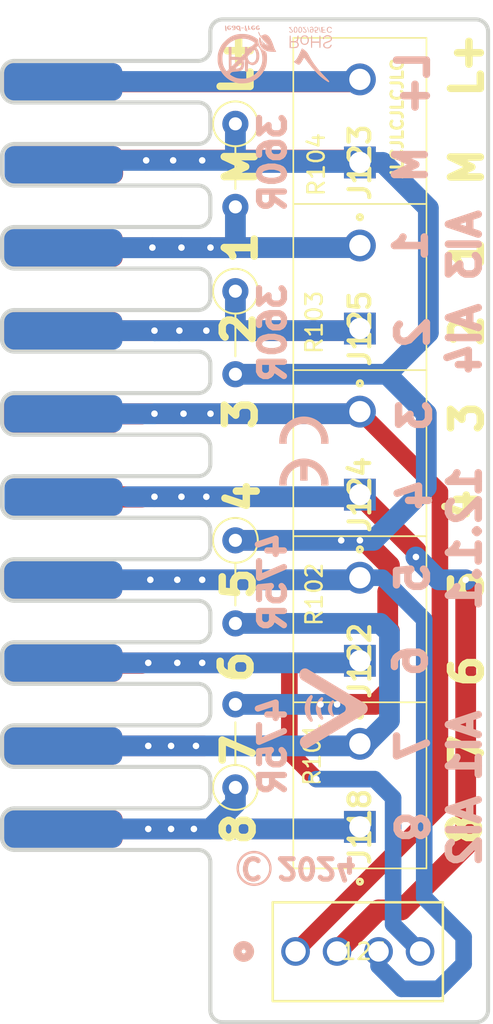
<source format=kicad_pcb>
(kicad_pcb (version 20221018) (generator pcbnew)
  (layers (0 "F.Cu" signal) (31 "B.Cu" signal) (34 "B.Paste" user) (35 "F.Paste" user) (36 "B.SilkS" user "B.Silkscreen") (37 "F.SilkS" user "F.Silkscreen") (38 "B.Mask" user) (39 "F.Mask" user) (44 "Edge.Cuts" user))
  (net 0 "")
  (net 1 "Net-(J102-Pin_1)")
  (net 2 "Net-(J103-Pin_1)")
  (net 3 "Net-(J104-Pin_1)")
  (net 4 "Net-(J105-Pin_1)")
  (net 5 "Net-(J106-Pin_1)")
  (net 6 "Net-(J107-Pin_1)")
  (net 7 "Net-(J108-Pin_1)")
  (net 8 "Net-(J109-Pin_1)")
  (net 9 "Net-(J119-Pin_1)")
  (net 10 "M")
  (footprint "PCB_FOOTPRINT_Library:Conn_pin_PLC" (layer "F.Cu") (at 133.843095 113.372303)
    (fp_text reference "J104" hide)
    (fp_text value "Conn_01x01_PAD" hide)
  )
  (footprint "PCB_FOOTPRINT_Library:Conn_pin_PLC" (layer "F.Cu") (at 133.827476 93.050761)
    (fp_text reference "J108" hide)
    (fp_text value "Conn_01x01_PAD" hide)
  )
  (footprint "PCB_FOOTPRINT_Library:1729128" (layer "F.Cu") (at 153.289 107.823 90)
    (fp_text reference "J124")
    (fp_text value "DB128L-5.08-2P-BK-S" hide)
  )
  (footprint "PCB_FOOTPRINT_Library:Conn_pin_PLC" (layer "F.Cu") (at 133.855227 103.212303)
    (fp_text reference "J106" hide)
    (fp_text value "Conn_01x01_PAD" hide)
  )
  (footprint "PCB_FOOTPRINT_Library:Conn_pin_PLC" (layer "F.Cu") (at 133.835869 113.364473)
    (fp_text reference "J112" hide)
    (fp_text value "Conn_01x01_PAD" hide)
  )
  (footprint "PCB_FOOTPRINT_Library:Conn_pin_PLC" (layer "F.Cu") (at 133.827476 108.286084)
    (fp_text reference "J105" hide)
    (fp_text value "Conn_01x01_PAD" hide)
  )
  (footprint "PCB_FOOTPRINT_Library:Conn_pin_PLC" (layer "F.Cu") (at 133.827476 123.521415)
    (fp_text reference "J102" hide)
    (fp_text value "Conn_01x01_PAD" hide)
  )
  (footprint "PCB_FOOTPRINT_Library:Conn_pin_PLC" (layer "F.Cu") (at 133.848847 82.892303)
    (fp_text reference "J101" hide)
    (fp_text value "Conn_01x01_PAD" hide)
  )
  (footprint "PCB_FOOTPRINT_Library:Conn_pin_PLC" (layer "F.Cu") (at 133.827476 87.97232)
    (fp_text reference "J109" hide)
    (fp_text value "Conn_01x01_PAD" hide)
  )
  (footprint "Resistor_THT:R_Axial_DIN0207_L6.3mm_D2.5mm_P5.08mm_Vertical" (layer "F.Cu") (at 145.669 85.14 -90)
    (fp_text reference "R104")
    (fp_text value "475R")
  )
  (footprint "PCB_FOOTPRINT_Library:1729128" (layer "F.Cu") (at 153.289 117.983 90)
    (fp_text reference "J122")
    (fp_text value "DB128L-5.08-2P-BK-S" hide)
  )
  (footprint "PCB_FOOTPRINT_Library:Conn_pin_PLC" (layer "F.Cu") (at 133.828433 93.039563)
    (fp_text reference "J116" hide)
    (fp_text value "Conn_01x01_PAD" hide)
  )
  (footprint "PCB_FOOTPRINT_Library:Conn_pin_PLC" (layer "F.Cu") (at 133.827476 118.442966)
    (fp_text reference "J103" hide)
    (fp_text value "Conn_01x01_PAD" hide)
  )
  (footprint "PCB_FOOTPRINT_Library:Conn_pin_PLC" (layer "F.Cu") (at 133.814529 98.135324)
    (fp_text reference "J115" hide)
    (fp_text value "Conn_01x01_PAD" hide)
  )
  (footprint "Resistor_THT:R_Axial_DIN0207_L6.3mm_D2.5mm_P5.08mm_Vertical" (layer "F.Cu") (at 145.669 125.73 90)
    (fp_text reference "R101")
    (fp_text value "360R")
  )
  (footprint "PCB_FOOTPRINT_Library:CONN_22-29-2041_MOL" (layer "F.Cu") (at 149.352 135.763)
    (fp_text reference "J126")
    (fp_text value "22292041")
  )
  (footprint "Resistor_THT:R_Axial_DIN0207_L6.3mm_D2.5mm_P5.08mm_Vertical" (layer "F.Cu") (at 145.669 110.617 -90)
    (fp_text reference "R102")
    (fp_text value "360R")
  )
  (footprint "Resistor_THT:R_Axial_DIN0207_L6.3mm_D2.5mm_P5.08mm_Vertical" (layer "F.Cu") (at 145.669 95.377 -90)
    (fp_text reference "R103")
    (fp_text value "475R")
  )
  (footprint "PCB_FOOTPRINT_Library:Conn_pin_PLC" (layer "F.Cu") (at 133.829272 118.443869)
    (fp_text reference "J111" hide)
    (fp_text value "Conn_01x01_PAD" hide)
  )
  (footprint "PCB_FOOTPRINT_Library:Conn_pin_PLC" (layer "F.Cu") (at 133.846116 123.516547)
    (fp_text reference "J110" hide)
    (fp_text value "Conn_01x01_PAD" hide)
  )
  (footprint "PCB_FOOTPRINT_Library:1729128" (layer "F.Cu") (at 153.289 97.663 90)
    (fp_text reference "J125")
    (fp_text value "DB128L-5.08-2P-BK-S" hide)
  )
  (footprint "PCB_FOOTPRINT_Library:Conn_pin_PLC" (layer "F.Cu") (at 133.869293 82.892303)
    (fp_text reference "J120" hide)
    (fp_text value "Conn_01x01_PAD" hide)
  )
  (footprint "PCB_FOOTPRINT_Library:1729128" (layer "F.Cu") (at 153.289 87.503 90)
    (fp_text reference "J123")
    (fp_text value "DB128L-5.08-2P-BK-S" hide)
  )
  (footprint "PCB_FOOTPRINT_Library:Conn_pin_PLC" (layer "F.Cu") (at 133.82816 98.121694)
    (fp_text reference "J107" hide)
    (fp_text value "Conn_01x01_PAD" hide)
  )
  (footprint "PCB_FOOTPRINT_Library:1729128" (layer "F.Cu") (at 153.289 128.143 90)
    (fp_text reference "J118")
    (fp_text value "DB128L-5.08-2P-BK-S" hide)
  )
  (footprint "PCB_FOOTPRINT_Library:Conn_pin_PLC" (layer "F.Cu") (at 133.84614 103.212303)
    (fp_text reference "J114" hide)
    (fp_text value "Conn_01x01_PAD" hide)
  )
  (footprint "PCB_FOOTPRINT_Library:Conn_pin_PLC" (layer "F.Cu") (at 133.824486 77.815977)
    (fp_text reference "J121" hide)
    (fp_text value "Conn_01x01_PAD" hide)
  )
  (footprint "PCB_FOOTPRINT_Library:Conn_pin_PLC" (layer "F.Cu") (at 133.846429 87.986803)
    (fp_text reference "J117" hide)
    (fp_text value "Conn_01x01_PAD" hide)
  )
  (footprint "PCB_FOOTPRINT_Library:Conn_pin_PLC" (layer "F.Cu") (at 133.826025 108.293173)
    (fp_text reference "J113" hide)
    (fp_text value "Conn_01x01_PAD" hide)
  )
  (footprint "LOGO" (layer "B.Cu") (at 150.006856 105.482877 -90)
    (fp_text reference "G***" hide)
    (fp_text value "LOGO" hide)
  )
  (footprint "LOGO" (layer "B.Cu") (at 148.082 80.899)
    (fp_text reference "G***" hide)
    (fp_text value "LOGO" hide)
  )
  (footprint "PCB_FOOTPRINT_Library:Conn_pin_PLC" (layer "B.Cu") (at 136.440986 77.815977 180)
    (fp_text reference "J119" hide)
    (fp_text value "Conn_01x01_PAD" hide)
  )
  (gr_poly (pts (xy 150.595501 120.854032) (xy 150.599232 120.806451) (xy 150.605519 120.759353) (xy 150.614316 120.712831) (xy 150.625581 120.666981) (xy 150.63927 120.621897) (xy 150.655341 120.577674) (xy 150.67375 120.534406) (xy 150.694453 120.492188) (xy 150.717408 120.451115) (xy 150.742571 120.411281) (xy 150.769899 120.37278) (xy 150.799348 120.335707) (xy 150.830876 120.300157) (xy 150.864438 120.266225) (xy 150.899993 120.234005) (xy 150.906014 120.229062) (xy 150.912147 120.224083) (xy 150.918355 120.219103) (xy 150.924599 120.214161) (xy 150.924716 120.214047) (xy 150.924836 120.213936) (xy 150.924959 120.213829) (xy 150.925085 120.213725) (xy 150.925213 120.213625) (xy 150.925345 120.213529) (xy 150.925478 120.213436) (xy 150.925614 120.213346) (xy 150.925753 120.213261) (xy 150.925893 120.213179) (xy 150.926036 120.213101) (xy 150.926181 120.213028) (xy 150.926329 120.212958) (xy 150.926478 120.212892) (xy 150.926629 120.21283) (xy 150.926782 120.212772) (xy 150.928716 120.211781) (xy 150.930673 120.210845) (xy 150.932653 120.209964) (xy 150.934654 120.209138) (xy 150.936676 120.208368) (xy 150.938717 120.207653) (xy 150.940776 120.206994) (xy 150.942852 120.206392) (xy 150.944943 120.205847) (xy 150.947049 120.205358) (xy 150.949168 120.204927) (xy 150.951299 120.204554) (xy 150.953441 120.204238) (xy 150.955593 120.203981) (xy 150.957753 120.203783) (xy 150.959921 120.203643) (xy 150.964016 120.203983) (xy 150.968057 120.204504) (xy 150.97204 120.205203) (xy 150.97596 120.206075) (xy 150.979814 120.207116) (xy 150.983598 120.208322) (xy 150.987306 120.209689) (xy 150.990936 120.211214) (xy 150.994482 120.212891) (xy 150.997941 120.214717) (xy 151.001309 120.216689) (xy 151.00458 120.218801) (xy 151.007752 120.22105) (xy 151.01082 120.223432) (xy 151.013779 120.225943) (xy 151.016626 120.228578) (xy 151.019356 120.231334) (xy 151.021965 120.234207) (xy 151.02445 120.237192) (xy 151.026805 120.240286) (xy 151.029026 120.243485) (xy 151.031111 120.246784) (xy 151.033053 120.250179) (xy 151.034849 120.253667) (xy 151.036495 120.257242) (xy 151.037987 120.260903) (xy 151.039321 120.264643) (xy 151.040491 120.26846) (xy 151.041495 120.272349) (xy 151.042328 120.276306) (xy 151.042986 120.280327) (xy 151.043464 120.284407) (xy 151.043919 120.286712) (xy 151.044308 120.289027) (xy 151.044631 120.291351) (xy 151.044888 120.293683) (xy 151.045078 120.296022) (xy 151.045202 120.298365) (xy 151.045259 120.300712) (xy 151.045249 120.303061) (xy 151.045249 120.305839) (xy 151.045238 120.307637) (xy 151.045179 120.309434) (xy 151.045075 120.311228) (xy 151.044924 120.313018) (xy 151.044727 120.314804) (xy 151.044484 120.316585) (xy 151.044195 120.318359) (xy 151.04386 120.320126) (xy 151.043501 120.321526) (xy 151.043158 120.322931) (xy 151.042834 120.324339) (xy 151.042527 120.325752) (xy 151.042238 120.327168) (xy 151.041967 120.328588) (xy 151.041714 120.330011) (xy 151.041479 120.331438) (xy 151.041459 120.331989) (xy 151.0414 120.332528) (xy 151.041308 120.333056) (xy 151.041185 120.333574) (xy 151.041035 120.334084) (xy 151.040862 120.334587) (xy 151.04067 120.335085) (xy 151.040462 120.33558) (xy 151.040016 120.336563) (xy 151.039554 120.337549) (xy 151.039105 120.338548) (xy 151.038896 120.339057) (xy 151.038701 120.339573) (xy 151.038411 120.340558) (xy 151.03809 120.341532) (xy 151.037738 120.342495) (xy 151.037356 120.343446) (xy 151.036943 120.344384) (xy 151.0365 120.345308) (xy 151.036028 120.346219) (xy 151.035526 120.347114) (xy 151.034353 120.349116) (xy 151.033213 120.351108) (xy 151.0321 120.3531) (xy 151.031011 120.355101) (xy 151.029941 120.357121) (xy 151.028884 120.359169) (xy 151.027837 120.361255) (xy 151.026795 120.363386) (xy 151.026368 120.36411) (xy 151.025929 120.364826) (xy 151.025477 120.365534) (xy 151.025011 120.366233) (xy 151.024533 120.366924) (xy 151.024043 120.367606) (xy 151.02354 120.368279) (xy 151.023024 120.368942) (xy 151.021791 120.370593) (xy 151.020526 120.37222) (xy 151.019231 120.373822) (xy 151.017906 120.375398) (xy 151.01655 120.376949) (xy 151.015165 120.378474) (xy 151.013751 120.379972) (xy 151.012309 120.381444) (xy 151.013846 120.380101) (xy 151.015343 120.378714) (xy 151.016799 120.377285) (xy 151.018212 120.375815) (xy 151.019582 120.374304) (xy 151.020907 120.372754) (xy 151.022187 120.371165) (xy 151.023421 120.369538) (xy 151.008511 120.400501) (xy 150.994554 120.431846) (xy 150.981553 120.463551) (xy 150.969515 120.495594) (xy 150.958445 120.527952) (xy 150.948347 120.560603) (xy 150.939227 120.593525) (xy 150.931089 120.626697) (xy 150.923939 120.660095) (xy 150.917783 120.693697) (xy 150.912624 120.727483) (xy 150.908468 120.761429) (xy 150.90532 120.795513) (xy 150.903186 120.829713) (xy 150.90207 120.864007) (xy 150.901977 120.898373) (xy 150.902088 120.933477) (xy 150.903269 120.968504) (xy 150.905513 121.00343) (xy 150.908816 121.038232) (xy 150.913172 121.072885) (xy 150.918575 121.107366) (xy 150.925019 121.141652) (xy 150.9325 121.175719) (xy 150.941011 121.209543) (xy 150.950548 121.2431) (xy 150.961103 121.276368) (xy 150.972673 121.309322) (xy 150.98525 121.341938) (xy 150.998831 121.374194) (xy 151.013408 121.406065) (xy 151.028977 121.437528) (xy 151.029355 121.438013) (xy 151.029722 121.438505) (xy 151.030079 121.439004) (xy 151.030426 121.439511) (xy 151.030762 121.440023) (xy 151.031088 121.440543) (xy 151.031402 121.441069) (xy 151.031706 121.441601) (xy 151.032 121.442139) (xy 151.032282 121.442683) (xy 151.032553 121.443232) (xy 151.032813 121.443788) (xy 151.033062 121.444348) (xy 151.033299 121.444914) (xy 151.033525 121.445485) (xy 151.03374 121.446061) (xy 151.035136 121.448928) (xy 151.036445 121.45183) (xy 151.037665 121.454766) (xy 151.038796 121.457734) (xy 151.039837 121.460732) (xy 151.040788 121.463757) (xy 151.041649 121.466807) (xy 151.04242 121.469881) (xy 151.043098 121.472977) (xy 151.043685 121.476092) (xy 151.044179 121.479224) (xy 151.044581 121.482372) (xy 151.044889 121.485533) (xy 151.045104 121.488705) (xy 151.045224 121.491887) (xy 151.045249 121.495075) (xy 151.04514 121.500122) (xy 151.044817 121.505101) (xy 151.044284 121.510007) (xy 151.043547 121.514832) (xy 151.042611 121.519572) (xy 151.041482 121.52422) (xy 151.040164 121.52877) (xy 151.038664 121.533215) (xy 151.036985 121.537551) (xy 151.035134 121.54177) (xy 151.033115 121.545867) (xy 151.030934 121.549836) (xy 151.028596 121.55367) (xy 151.026106 121.557364) (xy 151.02347 121.560911) (xy 151.020693 121.564305) (xy 151.017779 121.567541) (xy 151.014735 121.570612) (xy 151.011565 121.573512) (xy 151.008275 121.576235) (xy 151.004869 121.578775) (xy 151.001354 121.581126) (xy 150.997734 121.583282) (xy 150.994015 121.585237) (xy 150.990202 121.586985) (xy 150.986299 121.588519) (xy 150.982313 121.589834) (xy 150.978249 121.590923) (xy 150.974111 121.591781) (xy 150.969905 121.592401) (xy 150.965636 121.592778) (xy 150.96131 121.592905) (xy 150.958681 121.592858) (xy 150.956061 121.592719) (xy 150.953451 121.592487) (xy 150.950856 121.592164) (xy 150.948276 121.59175) (xy 150.945715 121.591246) (xy 150.943175 121.590653) (xy 150.940657 121.589971) (xy 150.938165 121.589201) (xy 150.935701 121.588343) (xy 150.933267 121.587399) (xy 150.930865 121.586369) (xy 150.928499 121.585253) (xy 150.926169 121.584053) (xy 150.923879 121.582768) (xy 150.921631 121.581401) (xy 150.921623 121.581395) (xy 150.917455 121.578084) (xy 150.913288 121.574698) (xy 150.909121 121.571238) (xy 150.904954 121.567703) (xy 150.869161 121.535748) (xy 150.835347 121.502067) (xy 150.803556 121.466752) (xy 150.773831 121.4299) (xy 150.746218 121.391604) (xy 150.720759 121.351958) (xy 150.697499 121.311056) (xy 150.676483 121.268993) (xy 150.657752 121.225863) (xy 150.641353 121.181761) (xy 150.627328 121.13678) (xy 150.615723 121.091015) (xy 150.60658 121.044561) (xy 150.599943 120.99751) (xy 150.595857 120.949959) (xy 150.594366 120.902)) (fill solid) (layer "B.SilkS"))
  (gr_poly (pts (xy 149.91072 120.839342) (xy 149.915242 120.780547) (xy 149.922676 120.722863) (xy 149.932939 120.666372) (xy 149.945949 120.611153) (xy 149.961622 120.557289) (xy 149.979875 120.50486) (xy 150.000625 120.453947) (xy 150.023789 120.404632) (xy 150.049283 120.356996) (xy 150.077025 120.31112) (xy 150.106932 120.267084) (xy 150.138919 120.224971) (xy 150.172905 120.18486) (xy 150.208806 120.146834) (xy 150.246539 120.110973) (xy 150.246539 120.109782) (xy 150.253072 120.103944) (xy 150.259809 120.09805) (xy 150.273526 120.086168) (xy 150.27383 120.085941) (xy 150.27414 120.085721) (xy 150.274455 120.08551) (xy 150.274775 120.085307) (xy 150.2751 120.085113) (xy 150.275431 120.084927) (xy 150.275766 120.084749) (xy 150.276106 120.08458) (xy 150.278152 120.083482) (xy 150.280227 120.082446) (xy 150.282328 120.081472) (xy 150.284455 120.080561) (xy 150.286606 120.079713) (xy 150.288778 120.078928) (xy 150.290972 120.078207) (xy 150.293186 120.077551) (xy 150.295417 120.076959) (xy 150.297666 120.076432) (xy 150.299929 120.075971) (xy 150.302207 120.075575) (xy 150.304497 120.075246) (xy 150.306798 120.074983) (xy 150.309109 120.074787) (xy 150.311428 120.074659) (xy 150.31572 120.074779) (xy 150.319963 120.075136) (xy 150.324153 120.075724) (xy 150.328284 120.076539) (xy 150.332353 120.077575) (xy 150.336356 120.078828) (xy 150.340288 120.080291) (xy 150.344145 120.081961) (xy 150.347923 120.083831) (xy 150.351618 120.085897) (xy 150.355225 120.088154) (xy 150.358741 120.090596) (xy 150.362161 120.093219) (xy 150.36548 120.096017) (xy 150.368696 120.098985) (xy 150.371802 120.102118) (xy 150.374796 120.105411) (xy 150.377673 120.108858) (xy 150.380429 120.112456) (xy 150.383059 120.116197) (xy 150.38556 120.120078) (xy 150.387926 120.124094) (xy 150.390155 120.128238) (xy 150.392241 120.132507) (xy 150.394181 120.136894) (xy 150.39597 120.141395) (xy 150.397605 120.146005) (xy 150.39908 120.150718) (xy 150.400391 120.15553) (xy 150.401536 120.160435) (xy 150.402508 120.165428) (xy 150.403304 120.170504) (xy 150.403846 120.173225) (xy 150.404311 120.175959) (xy 150.4047 120.178703) (xy 150.405012 120.181457) (xy 150.405247 120.184218) (xy 150.405404 120.186985) (xy 150.405484 120.189757) (xy 150.405487 120.192531) (xy 150.405487 120.195904) (xy 150.405447 120.198025) (xy 150.405361 120.200144) (xy 150.40523 120.20226) (xy 150.405054 120.204372) (xy 150.404833 120.20648) (xy 150.404567 120.208583) (xy 150.404256 120.21068) (xy 150.4039 120.212771) (xy 150.403877 120.213625) (xy 150.403813 120.214475) (xy 150.403713 120.21532) (xy 150.40358 120.216164) (xy 150.403421 120.217004) (xy 150.40324 120.217843) (xy 150.402833 120.219518) (xy 150.401974 120.222873) (xy 150.401779 120.223716) (xy 150.401602 120.224562) (xy 150.401447 120.225412) (xy 150.40132 120.226265) (xy 150.398343 120.23579) (xy 150.397976 120.236961) (xy 150.397586 120.238124) (xy 150.397173 120.239278) (xy 150.396737 120.240425) (xy 150.396279 120.241562) (xy 150.395799 120.24269) (xy 150.395296 120.243809) (xy 150.394771 120.244918) (xy 150.393431 120.247336) (xy 150.392125 120.249772) (xy 150.390856 120.252227) (xy 150.389622 120.254699) (xy 150.388424 120.257189) (xy 150.387262 120.259697) (xy 150.386137 120.262221) (xy 150.385048 120.264762) (xy 150.384598 120.265648) (xy 150.384128 120.266522) (xy 150.383637 120.267385) (xy 150.383126 120.268235) (xy 150.382594 120.269073) (xy 150.382043 120.269898) (xy 150.381472 120.27071) (xy 150.380881 120.271509) (xy 150.379526 120.273429) (xy 150.378139 120.275325) (xy 150.376721 120.277198) (xy 150.375272 120.279047) (xy 150.373793 120.280871) (xy 150.372283 120.282671) (xy 150.370743 120.284445) (xy 150.369173 120.286194) (xy 150.370041 120.285404) (xy 150.370896 120.284602) (xy 150.371739 120.283787) (xy 150.372569 120.282959) (xy 150.373386 120.282119) (xy 150.37419 120.281267) (xy 150.37498 120.280403) (xy 150.375757 120.279526) (xy 150.376521 120.278638) (xy 150.377271 120.277739) (xy 150.378007 120.276827) (xy 150.378729 120.275905) (xy 150.379437 120.274971) (xy 150.380131 120.274026) (xy 150.380811 120.27307) (xy 150.381476 120.272104) (xy 150.366139 120.304956) (xy 150.351621 120.338824) (xy 150.337945 120.373669) (xy 150.325135 120.409457) (xy 150.313215 120.44615) (xy 150.302208 120.483713) (xy 150.292137 120.522109) (xy 150.283026 120.561302) (xy 150.274899 120.601255) (xy 150.26778 120.641932) (xy 150.261691 120.683297) (xy 150.256656 120.725314) (xy 150.252699 120.767945) (xy 150.249843 120.811155) (xy 150.248113 120.854908) (xy 150.247531 120.899167) (xy 150.248143 120.944324) (xy 150.249961 120.988984) (xy 150.252961 121.033105) (xy 150.257115 121.076644) (xy 150.262398 121.11956) (xy 150.268784 121.161811) (xy 150.276248 121.203355) (xy 150.284763 121.24415) (xy 150.294303 121.284155) (xy 150.304843 121.323327) (xy 150.316357 121.361624) (xy 150.328819 121.399006) (xy 150.342203 121.435429) (xy 150.356483 121.470853) (xy 150.371633 121.505234) (xy 150.387628 121.538532) (xy 150.388027 121.539117) (xy 150.388415 121.539709) (xy 150.388792 121.540308) (xy 150.389157 121.540914) (xy 150.389509 121.541526) (xy 150.389851 121.542145) (xy 150.39018 121.54277) (xy 150.390497 121.543402) (xy 150.390802 121.544039) (xy 150.391094 121.544682) (xy 150.391375 121.545331) (xy 150.391643 121.545985) (xy 150.391898 121.546645) (xy 150.392141 121.547309) (xy 150.392371 121.547978) (xy 150.392589 121.548652) (xy 150.39417 121.55206) (xy 150.395651 121.555506) (xy 150.39703 121.558989) (xy 150.398307 121.562507) (xy 150.399482 121.566057) (xy 150.400553 121.569638) (xy 150.401521 121.573246) (xy 150.402385 121.576879) (xy 150.403144 121.580536) (xy 150.403798 121.584214) (xy 150.404346 121.587911) (xy 150.404789 121.591624) (xy 150.405125 121.595351) (xy 150.405353 121.599091) (xy 150.405474 121.60284) (xy 150.405487 121.606596) (xy 150.405367 121.612586) (xy 150.405009 121.618495) (xy 150.40442 121.624317) (xy 150.403605 121.630044) (xy 150.401323 121.641184) (xy 150.39821 121.651859) (xy 150.394312 121.66201) (xy 150.389675 121.671581) (xy 150.384348 121.680513) (xy 150.378376 121.688749) (xy 150.375162 121.692589) (xy 150.371806 121.696232) (xy 150.368311 121.699673) (xy 150.364685 121.702904) (xy 150.360933 121.705918) (xy 150.357061 121.708708) (xy 150.353074 121.711266) (xy 150.348979 121.713585) (xy 150.344781 121.715658) (xy 150.340487 121.717479) (xy 150.336101 121.719039) (xy 150.331631 121.720331) (xy 150.327081 121.721349) (xy 150.322458 121.722085) (xy 150.317767 121.722532) (xy 150.313015 121.722682) (xy 150.310141 121.722586) (xy 150.307279 121.722386) (xy 150.304431 121.722083) (xy 150.301601 121.721679) (xy 150.29879 121.721173) (xy 150.296003 121.720568) (xy 150.29324 121.719863) (xy 150.290506 121.71906) (xy 150.287802 121.718159) (xy 150.285131 121.717161) (xy 150.282496 121.716068) (xy 150.2799 121.714879) (xy 150.277345 121.713596) (xy 150.274834 121.712219) (xy 150.27237 121.71075) (xy 150.269954 121.709188) (xy 150.267647 121.707236) (xy 150.265341 121.705251) (xy 150.260727 121.701201) (xy 150.256113 121.697078) (xy 150.2515 121.692917) (xy 150.213319 121.656993) (xy 150.176969 121.61879) (xy 150.142538 121.578406) (xy 150.110113 121.535937) (xy 150.07978 121.491481) (xy 150.051628 121.445135) (xy 150.025743 121.396997) (xy 150.002212 121.347164) (xy 149.981124 121.295733) (xy 149.962564 121.242803) (xy 149.94662 121.188469) (xy 149.933379 121.13283) (xy 149.922929 121.075983) (xy 149.915357 121.018025) (xy 149.91075 120.959054) (xy 149.909195 120.899167)) (fill solid) (layer "B.SilkS"))
  (gr_poly (pts (xy 151.334136 120.861541) (xy 151.337548 120.825715) (xy 151.343154 120.790551) (xy 151.35089 120.7561) (xy 151.360689 120.722414) (xy 151.372487 120.689545) (xy 151.386218 120.657545) (xy 151.401817 120.626464) (xy 151.419218 120.596356) (xy 151.438355 120.567272) (xy 151.459164 120.539263) (xy 151.481579 120.512381) (xy 151.505535 120.486679) (xy 151.530966 120.462207) (xy 151.557807 120.439018) (xy 151.585992 120.417163) (xy 151.605835 120.402677) (xy 151.60782 120.402677) (xy 151.609419 120.401958) (xy 151.611033 120.401277) (xy 151.612661 120.400636) (xy 151.614303 120.400034) (xy 151.615958 120.399471) (xy 151.617625 120.398947) (xy 151.619303 120.398464) (xy 151.620993 120.39802) (xy 151.622692 120.397617) (xy 151.6244 120.397253) (xy 151.626118 120.396931) (xy 151.627843 120.396648) (xy 151.629575 120.396407) (xy 151.631313 120.396206) (xy 151.633058 120.396047) (xy 151.634807 120.395929) (xy 151.638 120.396) (xy 151.641159 120.396212) (xy 151.644283 120.396563) (xy 151.647368 120.39705) (xy 151.65041 120.39767) (xy 151.653406 120.39842) (xy 151.656352 120.399297) (xy 151.659246 120.400299) (xy 151.662084 120.401422) (xy 151.664862 120.402664) (xy 151.667577 120.404022) (xy 151.670225 120.405493) (xy 151.672804 120.407075) (xy 151.67531 120.408763) (xy 151.67774 120.410557) (xy 151.68009 120.412451) (xy 151.682356 120.414445) (xy 151.684536 120.416535) (xy 151.686625 120.418717) (xy 151.688622 120.420991) (xy 151.690521 120.423351) (xy 151.692321 120.425796) (xy 151.694017 120.428323) (xy 151.695606 120.430928) (xy 151.697084 120.43361) (xy 151.698449 120.436364) (xy 151.699697 120.43919) (xy 151.700825 120.442082) (xy 151.701828 120.445039) (xy 151.702704 120.448058) (xy 151.70345 120.451136) (xy 151.704062 120.45427) (xy 151.704404 120.455935) (xy 151.704698 120.457609) (xy 151.704944 120.45929) (xy 151.705142 120.460977) (xy 151.705292 120.462669) (xy 151.705393 120.464364) (xy 151.705447 120.466063) (xy 151.705451 120.467764) (xy 151.705451 120.468954) (xy 151.705547 120.470242) (xy 151.705616 120.471532) (xy 151.705658 120.472823) (xy 151.705671 120.474114) (xy 151.705658 120.475405) (xy 151.705616 120.476695) (xy 151.705547 120.477985) (xy 151.705451 120.479273) (xy 151.705149 120.480276) (xy 151.704863 120.481284) (xy 151.704591 120.482295) (xy 151.704335 120.483311) (xy 151.704095 120.48433) (xy 151.70387 120.485353) (xy 151.703661 120.486379) (xy 151.703467 120.487409) (xy 151.701085 120.493362) (xy 151.700829 120.494086) (xy 151.700554 120.494802) (xy 151.700259 120.49551) (xy 151.699946 120.49621) (xy 151.699614 120.496901) (xy 151.699263 120.497583) (xy 151.698893 120.498256) (xy 151.698506 120.498918) (xy 151.69749 120.500333) (xy 151.696521 120.501749) (xy 151.69559 120.50317) (xy 151.694686 120.504599) (xy 151.692925 120.507485) (xy 151.691164 120.510428) (xy 151.690809 120.510979) (xy 151.690441 120.511523) (xy 151.690062 120.512057) (xy 151.68967 120.512583) (xy 151.689267 120.5131) (xy 151.688852 120.513608) (xy 151.688426 120.514106) (xy 151.687988 120.514595) (xy 151.686964 120.515775) (xy 151.68592 120.516937) (xy 151.684856 120.518081) (xy 151.683773 120.519208) (xy 151.682672 120.520315) (xy 151.681552 120.521404) (xy 151.680414 120.522474) (xy 151.679257 120.523525) (xy 151.679893 120.523066) (xy 151.68052 120.522596) (xy 151.68114 120.522116) (xy 151.681751 120.521626) (xy 151.682353 120.521126) (xy 151.682947 120.520615) (xy 151.683532 120.520095) (xy 151.684108 120.519566) (xy 151.684676 120.519026) (xy 151.685234 120.518478) (xy 151.685783 120.517919) (xy 151.686322 120.517352) (xy 151.686853 120.516775) (xy 151.687373 120.51619) (xy 151.687884 120.515595) (xy 151.688385 120.514992) (xy 151.664579 120.560619) (xy 151.643992 120.607348) (xy 151.626621 120.655018) (xy 151.612468 120.70347) (xy 151.601529 120.752542) (xy 151.593806 120.802076) (xy 151.589296 120.85191) (xy 151.587998 120.901884) (xy 151.589912 120.951839) (xy 151.595036 121.001613) (xy 151.60337 121.051048) (xy 151.614912 121.099982) (xy 151.629662 121.148255) (xy 151.647619 121.195708) (xy 151.668781 121.242179) (xy 151.693148 121.287509) (xy 151.693703 121.288224) (xy 151.694235 121.288955) (xy 151.694744 121.289703) (xy 151.695228 121.290466) (xy 151.695688 121.291243) (xy 151.696123 121.292036) (xy 151.696533 121.292842) (xy 151.696918 121.293661) (xy 151.69807 121.295695) (xy 151.699151 121.297764) (xy 151.700159 121.299864) (xy 151.701094 121.301994) (xy 151.701956 121.304151) (xy 151.702744 121.306335) (xy 151.703457 121.308543) (xy 151.704096 121.310773) (xy 151.704659 121.313024) (xy 151.705146 121.315292) (xy 151.705556 121.317577) (xy 151.70589 121.319877) (xy 151.706146 121.322189) (xy 151.706324 121.324512) (xy 151.706423 121.326843) (xy 151.706443 121.329181) (xy 151.706396 121.332662) (xy 151.706178 121.336121) (xy 151.705791 121.339553) (xy 151.705236 121.342951) (xy 151.704517 121.34631) (xy 151.703636 121.349624) (xy 151.702595 121.352887) (xy 151.701397 121.356094) (xy 151.700043 121.359239) (xy 151.698537 121.362315) (xy 151.69688 121.365317) (xy 151.695075 121.36824) (xy 151.693124 121.371077) (xy 151.691029 121.373822) (xy 151.688794 121.376471) (xy 151.686419 121.379016) (xy 151.683921 121.381441) (xy 151.681317 121.383729) (xy 151.678614 121.385877) (xy 151.675816 121.387884) (xy 151.672929 121.389747) (xy 151.669961 121.391463) (xy 151.666915 121.39303) (xy 151.663798 121.394445) (xy 151.660615 121.395707) (xy 151.657373 121.396812) (xy 151.654077 121.397759) (xy 151.650733 121.398544) (xy 151.647347 121.399165) (xy 151.643924 121.399621) (xy 151.640469 121.399908) (xy 151.63699 121.400023) (xy 151.634885 121.399977) (xy 151.632786 121.399866) (xy 151.630694 121.39969) (xy 151.628612 121.399449) (xy 151.626539 121.399145) (xy 151.624479 121.398777) (xy 151.622432 121.398347) (xy 151.620399 121.397853) (xy 151.618383 121.397297) (xy 151.616384 121.396679) (xy 151.614404 121.395999) (xy 151.612445 121.395258) (xy 151.610508 121.394456) (xy 151.608594 121.393594) (xy 151.606706 121.392671) (xy 151.604843 121.391689) (xy 151.603123 121.390546) (xy 151.601389 121.389357) (xy 151.599646 121.388131) (xy 151.597898 121.386877) (xy 151.594407 121.384322) (xy 151.590953 121.381767) (xy 151.562254 121.359846) (xy 151.534916 121.336538) (xy 151.509007 121.311902) (xy 151.484593 121.285999) (xy 151.461744 121.258888) (xy 151.440526 121.230629) (xy 151.421007 121.20128) (xy 151.403256 121.170902) (xy 151.387339 121.139555) (xy 151.373324 121.107297) (xy 151.36128 121.074189) (xy 151.351274 121.04029) (xy 151.343374 121.00566) (xy 151.337647 120.970358) (xy 151.335619 120.952473) (xy 151.334161 120.934443) (xy 151.33328 120.916275) (xy 151.332984 120.897976)) (fill solid) (layer "B.SilkS"))
  (gr_poly (pts (xy 149.579392 118.833433) (xy 149.579853 118.813648) (xy 149.581222 118.794123) (xy 149.583476 118.774881) (xy 149.586591 118.755947) (xy 149.590547 118.737344) (xy 149.595319 118.719097) (xy 149.600885 118.70123) (xy 149.607223 118.683767) (xy 149.614309 118.666733) (xy 149.622122 118.650152) (xy 149.630638 118.634047) (xy 149.639835 118.618443) (xy 149.64969 118.603365) (xy 149.66018 118.588836) (xy 149.671283 118.574881) (xy 149.682976 118.561524) (xy 149.695237 118.548788) (xy 149.708042 118.536699) (xy 149.72137 118.525281) (xy 149.735196 118.514557) (xy 149.7495 118.504552) (xy 149.764257 118.49529) (xy 149.779446 118.486795) (xy 149.795044 118.479091) (xy 149.811027 118.472204) (xy 149.827374 118.466156) (xy 149.844062 118.460972) (xy 149.861068 118.456676) (xy 149.878369 118.453293) (xy 149.895942 118.450847) (xy 149.913766 118.449361) (xy 149.931817 118.448861) (xy 149.940552 118.448964) (xy 149.949269 118.449302) (xy 149.957965 118.449872) (xy 149.966635 118.450675) (xy 149.975274 118.451708) (xy 149.983877 118.452972) (xy 149.992441 118.454464) (xy 150.00096 118.456184) (xy 150.00943 118.458131) (xy 150.017846 118.460305) (xy 150.026204 118.462703) (xy 150.034499 118.465325) (xy 150.042727 118.46817) (xy 150.050883 118.471237) (xy 150.058962 118.474526) (xy 150.06696 118.478034) (xy 150.133032 118.517718) (xy 153.388995 120.471137) (xy 153.572351 120.581667) (xy 153.608268 120.603098) (xy 153.610848 120.604685) (xy 153.628794 120.618292) (xy 153.645778 120.63286) (xy 153.661772 120.648335) (xy 153.676751 120.664665) (xy 153.690686 120.681799) (xy 153.703552 120.699684) (xy 153.71532 120.718266) (xy 153.725964 120.737495) (xy 153.735458 120.757317) (xy 153.743772 120.777681) (xy 153.750882 120.798533) (xy 153.75676 120.819822) (xy 153.761379 120.841495) (xy 153.764711 120.8635) (xy 153.76673 120.885784) (xy 153.767409 120.908295) (xy 153.76673 120.930806) (xy 153.764711 120.95309) (xy 153.761379 120.975094) (xy 153.75676 120.996767) (xy 153.750882 121.018056) (xy 153.743772 121.038909) (xy 153.735458 121.059272) (xy 153.725964 121.079094) (xy 153.71532 121.098323) (xy 153.703552 121.116906) (xy 153.690686 121.13479) (xy 153.676751 121.151924) (xy 153.661772 121.168254) (xy 153.645778 121.18373) (xy 153.628794 121.198297) (xy 153.610848 121.211904) (xy 153.61051 121.212105) (xy 153.610177 121.212312) (xy 153.609848 121.212526) (xy 153.609523 121.212746) (xy 153.609202 121.212972) (xy 153.608886 121.213205) (xy 153.608575 121.213445) (xy 153.608268 121.21369) (xy 153.572351 121.235121) (xy 153.388598 121.345452) (xy 150.164584 123.28002) (xy 150.109617 123.313159) (xy 150.101271 123.317098) (xy 150.09283 123.320794) (xy 150.084297 123.324246) (xy 150.075679 123.327452) (xy 150.06698 123.330411) (xy 150.058207 123.333121) (xy 150.049364 123.335582) (xy 150.040457 123.337793) (xy 150.031491 123.339751) (xy 150.022472 123.341456) (xy 150.013405 123.342907) (xy 150.004295 123.344101) (xy 149.995148 123.345039) (xy 149.985968 123.345719) (xy 149.976763 123.346139) (xy 149.967536 123.346298) (xy 149.949379 123.345796) (xy 149.931463 123.344307) (xy 149.913807 123.341855) (xy 149.896436 123.338463) (xy 149.87937 123.334157) (xy 149.862633 123.328961) (xy 149.846245 123.322898) (xy 149.830229 123.315993) (xy 149.814608 123.30827) (xy 149.799402 123.299753) (xy 149.784636 123.290466) (xy 149.770329 123.280434) (xy 149.756505 123.269681) (xy 149.743186 123.258231) (xy 149.730393 123.246109) (xy 149.718149 123.233337) (xy 149.706476 123.219941) (xy 149.695396 123.205946) (xy 149.684932 123.191374) (xy 149.675104 123.17625) (xy 149.665935 123.160599) (xy 149.657448 123.144444) (xy 149.649665 123.12781) (xy 149.642607 123.110721) (xy 149.636296 123.093202) (xy 149.630755 123.075276) (xy 149.626006 123.056967) (xy 149.622071 123.0383) (xy 149.618972 123.0193) (xy 149.616731 122.999989) (xy 149.615371 122.980393) (xy 149.614912 122.960535) (xy 149.615283 122.938277) (xy 149.616883 122.916196) (xy 149.61969 122.894338) (xy 149.623684 122.872749) (xy 149.628843 122.851474) (xy 149.635148 122.830558) (xy 149.642577 122.810047) (xy 149.65111 122.789987) (xy 149.660725 122.770422) (xy 149.671402 122.751398) (xy 149.68312 122.732962) (xy 149.695858 122.715157) (xy 149.709596 122.698031) (xy 149.724312 122.681627) (xy 149.739986 122.665992) (xy 149.756596 122.651171) (xy 149.757589 122.651171) (xy 149.841726 122.599974) (xy 152.278936 121.13749) (xy 152.28534 121.134603) (xy 152.291639 121.131508) (xy 152.297829 121.128206) (xy 152.303904 121.124702) (xy 152.309859 121.120998) (xy 152.31569 121.117097) (xy 152.321391 121.113002) (xy 152.326957 121.108717) (xy 152.337702 121.099397) (xy 152.347871 121.089559) (xy 152.357449 121.07923) (xy 152.366424 121.068437) (xy 152.374782 121.057208) (xy 152.382509 121.045571) (xy 152.389592 121.033553) (xy 152.396019 121.021181) (xy 152.401774 121.008484) (xy 152.406846 120.995488) (xy 152.41122 120.982222) (xy 152.414884 120.968712) (xy 152.417824 120.954987) (xy 152.420026 120.941073) (xy 152.421477 120.926999) (xy 152.422164 120.912792) (xy 152.422076 120.898568) (xy 152.421218 120.884446) (xy 152.419604 120.870452) (xy 152.417245 120.856615) (xy 152.414153 120.842963) (xy 152.410342 120.829524) (xy 152.405822 120.816326) (xy 152.400606 120.803398) (xy 152.394706 120.790767) (xy 152.388135 120.778461) (xy 152.380905 120.766509) (xy 152.373028 120.754938) (xy 152.364515 120.743777) (xy 152.355381 120.733053) (xy 152.345635 120.722796) (xy 152.335292 120.713032) (xy 152.307312 120.694975) (xy 152.284095 120.679893) (xy 152.280191 120.67811) (xy 152.276232 120.676346) (xy 152.272235 120.674619) (xy 152.26822 120.672948) (xy 149.784576 119.182881) (xy 149.772666 119.176248) (xy 149.76105 119.169236) (xy 149.749736 119.161857) (xy 149.738729 119.15412) (xy 149.728034 119.146035) (xy 149.717659 119.137613) (xy 149.707608 119.128863) (xy 149.697889 119.119796) (xy 149.688506 119.110422) (xy 149.679466 119.100751) (xy 149.670775 119.090793) (xy 149.662439 119.080559) (xy 149.654463 119.070059) (xy 149.646854 119.059302) (xy 149.639618 119.048299) (xy 149.63276 119.03706) (xy 149.626287 119.025595) (xy 149.620204 119.013914) (xy 149.614518 119.002028) (xy 149.609234 118.989947) (xy 149.604359 118.977681) (xy 149.599898 118.965239) (xy 149.595858 118.952633) (xy 149.592243 118.939872) (xy 149.589061 118.926966) (xy 149.586318 118.913926) (xy 149.584018 118.900762) (xy 149.582169 118.887484) (xy 149.580775 118.874101) (xy 149.579844 118.860625) (xy 149.579381 118.847066)) (fill solid) (layer "B.SilkS"))
  (gr_line (start 152.466459 120.72216) (end 152.441853 120.705889) (stroke (width 0.00496)) (layer "B.SilkS"))
  (gr_circle (center 146.812 130.683) (end 146.812 129.683) (stroke (width 0.15)) (fill none) (layer "B.SilkS"))
  (gr_arc (start 143.386145 114.312166) (mid 143.916475 114.531836) (end 144.136145 115.062166) (stroke (width 0.25)) (layer "Edge.Cuts"))
  (gr_arc (start 131.386145 82.042166) (mid 131.605815 81.511836) (end 132.136145 81.292166) (stroke (width 0.25)) (layer "Edge.Cuts"))
  (gr_line (start 144.136145 126.262166) (end 144.136145 125.222166) (stroke (width 0.25)) (layer "Edge.Cuts"))
  (gr_line (start 144.136145 100.862166) (end 144.136145 99.822166) (stroke (width 0.25)) (layer "Edge.Cuts"))
  (gr_line (start 132.136145 86.372166) (end 143.386145 86.372166) (stroke (width 0.25)) (layer "Edge.Cuts"))
  (gr_arc (start 161.136145 139.342166) (mid 160.916475 139.872496) (end 160.386145 140.092166) (stroke (width 0.25)) (layer "Edge.Cuts"))
  (gr_line (start 144.136145 116.102166) (end 144.136145 115.062166) (stroke (width 0.25)) (layer "Edge.Cuts"))
  (gr_arc (start 132.136145 93.992166) (mid 131.605815 93.772496) (end 131.386145 93.242166) (stroke (width 0.25)) (layer "Edge.Cuts"))
  (gr_line (start 144.136145 139.342166) (end 144.136145 130.302166) (stroke (width 0.25)) (layer "Edge.Cuts"))
  (gr_arc (start 131.386145 97.282166) (mid 131.605815 96.751836) (end 132.136145 96.532166) (stroke (width 0.25)) (layer "Edge.Cuts"))
  (gr_arc (start 132.136145 109.232166) (mid 131.605815 109.012496) (end 131.386145 108.482166) (stroke (width 0.25)) (layer "Edge.Cuts"))
  (gr_line (start 131.386145 88.162166) (end 131.386145 87.122166) (stroke (width 0.25)) (layer "Edge.Cuts"))
  (gr_arc (start 143.386145 93.992166) (mid 143.916475 94.211836) (end 144.136145 94.742166) (stroke (width 0.25)) (layer "Edge.Cuts"))
  (gr_line (start 132.136145 111.772166) (end 143.386145 111.772166) (stroke (width 0.25)) (layer "Edge.Cuts"))
  (gr_line (start 131.386145 98.322166) (end 131.386145 97.282166) (stroke (width 0.25)) (layer "Edge.Cuts"))
  (gr_line (start 143.386145 88.912166) (end 132.136145 88.912166) (stroke (width 0.25)) (layer "Edge.Cuts"))
  (gr_arc (start 144.136145 121.182166) (mid 143.916475 121.712496) (end 143.386145 121.932166) (stroke (width 0.25)) (layer "Edge.Cuts"))
  (gr_line (start 132.136145 91.452166) (end 143.386145 91.452166) (stroke (width 0.25)) (layer "Edge.Cuts"))
  (gr_line (start 144.886145 78.752166) (end 160.386145 78.752166) (stroke (width 0.25)) (layer "Edge.Cuts"))
  (gr_arc (start 131.386145 107.442166) (mid 131.605815 106.911836) (end 132.136145 106.692166) (stroke (width 0.25)) (layer "Edge.Cuts"))
  (gr_line (start 144.136145 111.022166) (end 144.136145 109.982166) (stroke (width 0.25)) (layer "Edge.Cuts"))
  (gr_arc (start 144.886145 140.092166) (mid 144.355815 139.872496) (end 144.136145 139.342166) (stroke (width 0.25)) (layer "Edge.Cuts"))
  (gr_arc (start 132.136145 83.832166) (mid 131.605815 83.612496) (end 131.386145 83.082166) (stroke (width 0.25)) (layer "Edge.Cuts"))
  (gr_arc (start 144.136145 116.102166) (mid 143.916475 116.632496) (end 143.386145 116.852166) (stroke (width 0.25)) (layer "Edge.Cuts"))
  (gr_line (start 132.136145 121.932166) (end 143.386145 121.932166) (stroke (width 0.25)) (layer "Edge.Cuts"))
  (gr_line (start 160.386145 140.092166) (end 144.886145 140.092166) (stroke (width 0.25)) (layer "Edge.Cuts"))
  (gr_line (start 132.136145 106.692166) (end 143.386145 106.692166) (stroke (width 0.25)) (layer "Edge.Cuts"))
  (gr_arc (start 144.136145 100.862166) (mid 143.916475 101.392496) (end 143.386145 101.612166) (stroke (width 0.25)) (layer "Edge.Cuts"))
  (gr_arc (start 143.386145 88.912166) (mid 143.916475 89.131836) (end 144.136145 89.662166) (stroke (width 0.25)) (layer "Edge.Cuts"))
  (gr_line (start 143.386145 109.232166) (end 132.136145 109.232166) (stroke (width 0.25)) (layer "Edge.Cuts"))
  (gr_line (start 144.136145 85.622166) (end 144.136145 84.582166) (stroke (width 0.25)) (layer "Edge.Cuts"))
  (gr_arc (start 144.136145 105.942166) (mid 143.916475 106.472496) (end 143.386145 106.692166) (stroke (width 0.25)) (layer "Edge.Cuts"))
  (gr_line (start 131.386145 128.802166) (end 131.386145 127.762166) (stroke (width 0.25)) (layer "Edge.Cuts"))
  (gr_line (start 144.136145 80.542166) (end 144.136145 79.502166) (stroke (width 0.25)) (layer "Edge.Cuts"))
  (gr_line (start 131.386145 123.722166) (end 131.386145 122.682166) (stroke (width 0.25)) (layer "Edge.Cuts"))
  (gr_line (start 161.136145 79.502166) (end 161.136145 139.342166) (stroke (width 0.25)) (layer "Edge.Cuts"))
  (gr_arc (start 143.386145 83.832166) (mid 143.916475 84.051836) (end 144.136145 84.582166) (stroke (width 0.25)) (layer "Edge.Cuts"))
  (gr_line (start 131.386145 103.402166) (end 131.386145 102.362166) (stroke (width 0.25)) (layer "Edge.Cuts"))
  (gr_line (start 131.386145 108.482166) (end 131.386145 107.442166) (stroke (width 0.25)) (layer "Edge.Cuts"))
  (gr_arc (start 132.136145 124.472166) (mid 131.605815 124.252496) (end 131.386145 123.722166) (stroke (width 0.25)) (layer "Edge.Cuts"))
  (gr_line (start 132.136145 127.012166) (end 143.386145 127.012166) (stroke (width 0.25)) (layer "Edge.Cuts"))
  (gr_line (start 143.386145 124.472166) (end 132.136145 124.472166) (stroke (width 0.25)) (layer "Edge.Cuts"))
  (gr_arc (start 132.136145 88.912166) (mid 131.605815 88.692496) (end 131.386145 88.162166) (stroke (width 0.25)) (layer "Edge.Cuts"))
  (gr_line (start 144.136145 90.702166) (end 144.136145 89.662166) (stroke (width 0.25)) (layer "Edge.Cuts"))
  (gr_arc (start 144.136145 90.702166) (mid 143.916475 91.232496) (end 143.386145 91.452166) (stroke (width 0.25)) (layer "Edge.Cuts"))
  (gr_arc (start 132.136145 104.152166) (mid 131.605815 103.932496) (end 131.386145 103.402166) (stroke (width 0.25)) (layer "Edge.Cuts"))
  (gr_line (start 131.386145 118.642166) (end 131.386145 117.602166) (stroke (width 0.25)) (layer "Edge.Cuts"))
  (gr_arc (start 143.386145 124.472166) (mid 143.916475 124.691836) (end 144.136145 125.222166) (stroke (width 0.25)) (layer "Edge.Cuts"))
  (gr_arc (start 143.386145 99.072166) (mid 143.916475 99.291836) (end 144.136145 99.822166) (stroke (width 0.25)) (layer "Edge.Cuts"))
  (gr_arc (start 144.136145 79.502166) (mid 144.355815 78.971836) (end 144.886145 78.752166) (stroke (width 0.25)) (layer "Edge.Cuts"))
  (gr_arc (start 131.386145 92.202166) (mid 131.605815 91.671836) (end 132.136145 91.452166) (stroke (width 0.25)) (layer "Edge.Cuts"))
  (gr_arc (start 160.386145 78.752166) (mid 160.916475 78.971836) (end 161.136145 79.502166) (stroke (width 0.25)) (layer "Edge.Cuts"))
  (gr_arc (start 143.386145 119.392166) (mid 143.916475 119.611836) (end 144.136145 120.142166) (stroke (width 0.25)) (layer "Edge.Cuts"))
  (gr_arc (start 132.136145 129.552166) (mid 131.605815 129.332496) (end 131.386145 128.802166) (stroke (width 0.25)) (layer "Edge.Cuts"))
  (gr_arc (start 132.136145 119.392166) (mid 131.605815 119.172496) (end 131.386145 118.642166) (stroke (width 0.25)) (layer "Edge.Cuts"))
  (gr_arc (start 131.386145 102.362166) (mid 131.605815 101.831836) (end 132.136145 101.612166) (stroke (width 0.25)) (layer "Edge.Cuts"))
  (gr_line (start 132.136145 96.532166) (end 143.386145 96.532166) (stroke (width 0.25)) (layer "Edge.Cuts"))
  (gr_line (start 131.386145 113.562166) (end 131.386145 112.522166) (stroke (width 0.25)) (layer "Edge.Cuts"))
  (gr_arc (start 131.386145 127.762166) (mid 131.605815 127.231836) (end 132.136145 127.012166) (stroke (width 0.25)) (layer "Edge.Cuts"))
  (gr_arc (start 144.136145 80.542166) (mid 143.916475 81.072496) (end 143.386145 81.292166) (stroke (width 0.25)) (layer "Edge.Cuts"))
  (gr_line (start 132.136145 81.292166) (end 143.386145 81.292166) (stroke (width 0.25)) (layer "Edge.Cuts"))
  (gr_line (start 131.386145 93.242166) (end 131.386145 92.202166) (stroke (width 0.25)) (layer "Edge.Cuts"))
  (gr_arc (start 131.386145 112.522166) (mid 131.605815 111.991836) (end 132.136145 111.772166) (stroke (width 0.25)) (layer "Edge.Cuts"))
  (gr_line (start 143.386145 93.992166) (end 132.136145 93.992166) (stroke (width 0.25)) (layer "Edge.Cuts"))
  (gr_arc (start 131.386145 87.122166) (mid 131.605815 86.591836) (end 132.136145 86.372166) (stroke (width 0.25)) (layer "Edge.Cuts"))
  (gr_arc (start 144.136145 126.262166) (mid 143.916475 126.792496) (end 143.386145 127.012166) (stroke (width 0.25)) (layer "Edge.Cuts"))
  (gr_line (start 143.386145 119.392166) (end 132.136145 119.392166) (stroke (width 0.25)) (layer "Edge.Cuts"))
  (gr_arc (start 144.136145 95.782166) (mid 143.916475 96.312496) (end 143.386145 96.532166) (stroke (width 0.25)) (layer "Edge.Cuts"))
  (gr_line (start 132.136145 101.612166) (end 143.386145 101.612166) (stroke (width 0.25)) (layer "Edge.Cuts"))
  (gr_arc (start 144.136145 85.622166) (mid 143.916475 86.152496) (end 143.386145 86.372166) (stroke (width 0.25)) (layer "Edge.Cuts"))
  (gr_arc (start 131.386145 117.602166) (mid 131.605815 117.071836) (end 132.136145 116.852166) (stroke (width 0.25)) (layer "Edge.Cuts"))
  (gr_line (start 131.386145 83.082166) (end 131.386145 82.042166) (stroke (width 0.25)) (layer "Edge.Cuts"))
  (gr_line (start 132.136145 116.852166) (end 143.386145 116.852166) (stroke (width 0.25)) (layer "Edge.Cuts"))
  (gr_line (start 144.136145 105.942166) (end 144.136145 104.902166) (stroke (width 0.25)) (layer "Edge.Cuts"))
  (gr_arc (start 143.386145 104.152166) (mid 143.916475 104.371836) (end 144.136145 104.902166) (stroke (width 0.25)) (layer "Edge.Cuts"))
  (gr_arc (start 131.386145 122.682166) (mid 131.605815 122.151836) (end 132.136145 121.932166) (stroke (width 0.25)) (layer "Edge.Cuts"))
  (gr_line (start 143.386145 104.152166) (end 132.136145 104.152166) (stroke (width 0.25)) (layer "Edge.Cuts"))
  (gr_line (start 144.136145 121.182166) (end 144.136145 120.142166) (stroke (width 0.25)) (layer "Edge.Cuts"))
  (gr_line (start 144.136145 95.782166) (end 144.136145 94.742166) (stroke (width 0.25)) (layer "Edge.Cuts"))
  (gr_arc (start 144.136145 111.022166) (mid 143.916475 111.552496) (end 143.386145 111.772166) (stroke (width 0.25)) (layer "Edge.Cuts"))
  (gr_arc (start 132.136145 99.072166) (mid 131.605815 98.852496) (end 131.386145 98.322166) (stroke (width 0.25)) (layer "Edge.Cuts"))
  (gr_arc (start 132.136145 114.312166) (mid 131.605815 114.092496) (end 131.386145 113.562166) (stroke (width 0.25)) (layer "Edge.Cuts"))
  (gr_arc (start 143.386145 129.552166) (mid 143.916475 129.771836) (end 144.136145 130.302166) (stroke (width 0.25)) (layer "Edge.Cuts"))
  (gr_line (start 143.386145 83.832166) (end 132.136145 83.832166) (stroke (width 0.25)) (layer "Edge.Cuts"))
  (gr_arc (start 143.386145 109.232166) (mid 143.916475 109.451836) (end 144.136145 109.982166) (stroke (width 0.25)) (layer "Edge.Cuts"))
  (gr_line (start 143.386145 114.312166) (end 132.136145 114.312166) (stroke (width 0.25)) (layer "Edge.Cuts"))
  (gr_line (start 143.386145 129.552166) (end 132.136145 129.552166) (stroke (width 0.25)) (layer "Edge.Cuts"))
  (gr_line (start 143.386145 99.072166) (end 132.136145 99.072166) (stroke (width 0.25)) (layer "Edge.Cuts"))
  (gr_text "1" (at 157.48 92.583 90) (layer "B.SilkS") (effects (font (size 1.8288 1.8288) (thickness 0.4572) bold) (justify bottom mirror)))
  (gr_text "5" (at 157.607 112.903 90) (layer "B.SilkS") (effects (font (size 1.8288 1.8288) (thickness 0.4572) bold) (justify bottom mirror)))
  (gr_text "AI1" (at 160.782 123.19 90) (layer "B.SilkS") (effects (font (size 1.8288 1.8288) (thickness 0.4572) bold) (justify bottom mirror)))
  (gr_text "AI4" (at 160.782 98.298 90) (layer "B.SilkS") (effects (font (size 1.8288 1.8288) (thickness 0.4572) bold) (justify bottom mirror)))
  (gr_text "6" (at 157.48 117.983 90) (layer "B.SilkS") (effects (font (size 1.8288 1.8288) (thickness 0.4572) bold) (justify bottom mirror)))
  (gr_text "M" (at 157.48 87.63 90) (layer "B.SilkS") (effects (font (size 1.8288 1.8288) (thickness 0.4572) bold) (justify bottom mirror)))
  (gr_text "AI3" (at 160.782 92.583 90) (layer "B.SilkS") (effects (font (size 1.8288 1.8288) (thickness 0.4572) bold) (justify bottom mirror)))
  (gr_text "3" (at 157.734 102.997 90) (layer "B.SilkS") (effects (font (size 1.8288 1.8288) (thickness 0.4572) bold) (justify bottom mirror)))
  (gr_text "8" (at 155.321 128.143 -90) (layer "B.SilkS") (effects (font (size 1.8288 1.8288) (thickness 0.4572) bold) (justify bottom mirror)))
  (gr_text "475R" (at 147.955 113.157 90) (layer "B.SilkS") (effects (font (size 1.524 1.524) (thickness 0.381) bold) (justify mirror)))
  (gr_text "L+" (at 157.607 82.677 90) (layer "B.SilkS") (effects (font (size 1.8288 1.8288) (thickness 0.4572) bold) (justify bottom mirror)))
  (gr_text "AI2" (at 160.782 128.397 90) (layer "B.SilkS") (effects (font (size 1.8288 1.8288) (thickness 0.4572) bold) (justify bottom mirror)))
  (gr_text "7" (at 157.607 123.19 90) (layer "B.SilkS") (effects (font (size 1.8288 1.8288) (thickness 0.4572) bold) (justify bottom mirror)))
  (gr_text "12.1.1" (at 160.782 110.49 90) (layer "B.SilkS") (effects (font (size 1.8288 1.8288) (thickness 0.4572) bold) (justify bottom mirror)))
  (gr_text "360R" (at 147.955 87.503 90) (layer "B.SilkS") (effects (font (size 1.524 1.524) (thickness 0.381) bold) (justify mirror)))
  (gr_text "360R" (at 147.955 97.917 90) (layer "B.SilkS") (effects (font (size 1.524 1.524) (thickness 0.381) bold) (justify mirror)))
  (gr_text "2" (at 157.607 97.917 90) (layer "B.SilkS") (effects (font (size 1.8288 1.8288) (thickness 0.4572) bold) (justify bottom mirror)))
  (gr_text "475R" (at 147.955 123.19 90) (layer "B.SilkS") (effects (font (size 1.524 1.524) (thickness 0.381) bold) (justify mirror)))
  (gr_text "4" (at 157.734 107.823 90) (layer "B.SilkS") (effects (font (size 1.8288 1.8288) (thickness 0.4572) bold) (justify bottom mirror)))
  (gr_text "C 2024" (at 153.212 129.9213 180) (layer "B.SilkS") (effects (font (size 1.25 1.25) (thickness 0.31) bold) (justify right bottom mirror)))
  (gr_text "M" (at 160.909 87.780788 90) (layer "F.SilkS") (effects (font (size 1.8288 1.8288) (thickness 0.4572) bold) (justify bottom)))
  (gr_text "JLCJLCJLCJLC" (at 155.575 84.836 90) (layer "F.SilkS") (effects (font (size 0.7112 0.7112) (thickness 0.1778))))
  (gr_text "2" (at 160.909 97.79 90) (layer "F.SilkS") (effects (font (size 1.8288 1.8288) (thickness 0.4572) bold) (justify bottom)))
  (gr_text "7" (at 146.939 123.444 90) (layer "F.SilkS") (effects (font (size 1.8288 1.8288) (thickness 0.4572) bold) (justify bottom)))
  (gr_text "6" (at 146.812 118.364 90) (layer "F.SilkS") (effects (font (size 1.8288 1.8288) (thickness 0.4572) bold) (justify bottom)))
  (gr_text "3" (at 147.066 102.87 90) (layer "F.SilkS") (effects (font (size 1.8288 1.8288) (thickness 0.4572) bold) (justify bottom)))
  (gr_text "7" (at 160.909 123.444 90) (layer "F.SilkS") (effects (font (size 1.8288 1.8288) (thickness 0.4572) bold) (justify bottom)))
  (gr_text "1" (at 147.066 92.71 90) (layer "F.SilkS") (effects (font (size 1.8288 1.8288) (thickness 0.4572) bold) (justify bottom)))
  (gr_text "1" (at 160.909 93.091 90) (layer "F.SilkS") (effects (font (size 1.8288 1.8288) (thickness 0.4572) bold) (justify bottom)))
  (gr_text "5" (at 160.909 113.411 90) (layer "F.SilkS") (effects (font (size 1.8288 1.8288) (thickness 0.4572) bold) (justify bottom)))
  (gr_text "4" (at 147.193 107.95 90) (layer "F.SilkS") (effects (font (size 1.8288 1.8288) (thickness 0.4572) bold) (justify bottom)))
  (gr_text "M" (at 147.066 87.757 90) (layer "F.SilkS") (effects (font (size 1.8288 1.8288) (thickness 0.4572) bold) (justify bottom)))
  (gr_text "L+" (at 160.909 81.534 90) (layer "F.SilkS") (effects (font (size 1.8288 1.8288) (thickness 0.4572) bold) (justify bottom)))
  (gr_text "4" (at 160.655 108.458 90) (layer "F.SilkS") (effects (font (size 1.8288 1.8288) (thickness 0.4572) bold) (justify bottom)))
  (gr_text "6" (at 160.909 118.618 90) (layer "F.SilkS") (effects (font (size 1.8288 1.8288) (thickness 0.4572) bold) (justify bottom)))
  (gr_text "8" (at 146.939 128.27 90) (layer "F.SilkS") (effects (font (size 1.8288 1.8288) (thickness 0.4572) bold) (justify bottom)))
  (gr_text "5" (at 146.939 113.284 90) (layer "F.SilkS") (effects (font (size 1.8288 1.8288) (thickness 0.4572) bold) (justify bottom)))
  (gr_text "8" (at 160.782 128.27 90) (layer "F.SilkS") (effects (font (size 1.8288 1.8288) (thickness 0.4572) bold) (justify bottom)))
  (gr_text "2" (at 146.939 97.663 90) (layer "F.SilkS") (effects (font (size 1.8288 1.8288) (thickness 0.4572) bold) (justify bottom)))
  (gr_text "L+" (at 146.812 81.407 90) (layer "F.SilkS") (effects (font (size 1.8288 1.8288) (thickness 0.4572) bold) (justify bottom)))
  (gr_text "3" (at 160.909 103.124 90) (layer "F.SilkS") (effects (font (size 1.8288 1.8288) (thickness 0.4572) bold) (justify bottom)))
  (segment (start 153.162 128.27) (end 135.155913 128.27) (width 1.27) (layer "F.Cu") (net 1))
  (segment (start 153.289 128.143) (end 153.162 128.27) (width 1.27) (layer "F.Cu") (net 1))
  (segment (start 135.155913 128.27) (end 135.154366 128.271547) (width 1.27) (layer "F.Cu") (net 1))
  (via (at 143.129 128.27) (size 0.8) (drill 0.4) (layers "F.Cu" "B.Cu") (net 1))
  (via (at 140.335 128.27) (size 0.8) (drill 0.4) (layers "F.Cu" "B.Cu") (net 1))
  (via (at 141.732 128.27) (size 0.8) (drill 0.4) (layers "F.Cu" "B.Cu") (net 1))
  (segment (start 145.669 126.719949) (end 144.118953 128.269996) (width 1.27) (layer "B.Cu") (net 1))
  (segment (start 141.732 128.27) (end 143.129 128.27) (width 1.27) (layer "B.Cu") (net 1))
  (segment (start 135.142141 128.27) (end 140.335 128.27) (width 1.27) (layer "B.Cu") (net 1))
  (segment (start 153.162 128.27) (end 153.289 128.143) (width 1.27) (layer "B.Cu") (net 1))
  (segment (start 140.335 128.27) (end 141.732 128.27) (width 1.27) (layer "B.Cu") (net 1))
  (segment (start 143.129 128.27) (end 153.162 128.27) (width 1.27) (layer "B.Cu") (net 1))
  (segment (start 135.142145 128.269996) (end 135.142141 128.27) (width 1.27) (layer "B.Cu") (net 1))
  (segment (start 144.118953 128.269996) (end 135.142145 128.269996) (width 1.27) (layer "B.Cu") (net 1))
  (segment (start 145.669 125.73) (end 145.669 126.719949) (width 1.27) (layer "B.Cu") (net 1))
  (segment (start 135.146391 123.19) (end 135.137522 123.198869) (width 1.27) (layer "F.Cu") (net 2))
  (segment (start 143.764 123.19) (end 135.146391 123.19) (width 1.27) (layer "F.Cu") (net 2))
  (via (at 140.335 123.19) (size 0.8) (drill 0.4) (layers "F.Cu" "B.Cu") (net 2))
  (via (at 143.256 123.19) (size 0.8) (drill 0.4) (layers "F.Cu" "B.Cu") (net 2))
  (via (at 141.732 123.19) (size 0.8) (drill 0.4) (layers "F.Cu" "B.Cu") (net 2))
  (segment (start 145.669 115.697) (end 154.534289 115.697) (width 1.27) (layer "B.Cu") (net 2))
  (segment (start 155.099 121.639712) (end 153.548712 123.19) (width 1.27) (layer "B.Cu") (net 2))
  (segment (start 155.099 116.261711) (end 155.099 121.639712) (width 1.27) (layer "B.Cu") (net 2))
  (segment (start 135.143692 123.19) (end 135.135726 123.197966) (width 1.27) (layer "B.Cu") (net 2))
  (segment (start 140.335 123.19) (end 135.143692 123.19) (width 1.27) (layer "B.Cu") (net 2))
  (segment (start 143.256 123.19) (end 141.732 123.19) (width 1.27) (layer "B.Cu") (net 2))
  (segment (start 141.732 123.19) (end 140.335 123.19) (width 1.27) (layer "B.Cu") (net 2))
  (segment (start 153.548712 123.19) (end 143.256 123.19) (width 1.27) (layer "B.Cu") (net 2))
  (segment (start 154.534289 115.697) (end 155.099 116.261711) (width 1.27) (layer "B.Cu") (net 2))
  (segment (start 148.971 118.11) (end 135.168648 118.11) (width 1.27) (layer "F.Cu") (net 3))
  (segment (start 135.159338 118.135296) (end 139.954 118.135296) (width 1.27) (layer "F.Cu") (net 3))
  (segment (start 148.971 123.5711) (end 150.6219 125.222) (width 1.016) (layer "F.Cu") (net 3))
  (segment (start 153.289 117.983) (end 153.162 118.11) (width 1.27) (layer "F.Cu") (net 3))
  (segment (start 153.162 118.11) (end 148.971 118.11) (width 1.27) (layer "F.Cu") (net 3))
  (segment (start 135.168648 118.11) (end 135.151345 118.127303) (width 1.27) (layer "F.Cu") (net 3))
  (segment (start 135.151345 118.127303) (end 135.159338 118.135296) (width 1.27) (layer "F.Cu") (net 3))
  (segment (start 148.971 118.11) (end 148.971 123.5711) (width 1.016) (layer "F.Cu") (net 3))
  (via (at 143.637 118.11) (size 0.8) (drill 0.4) (layers "F.Cu" "B.Cu") (net 3))
  (via (at 140.335 118.11) (size 0.8) (drill 0.4) (layers "F.Cu" "B.Cu") (net 3))
  (via (at 150.6219 125.222) (size 0.8) (drill 0.4) (layers "F.Cu" "B.Cu") (net 3))
  (via (at 142.113 118.11) (size 0.8) (drill 0.4) (layers "F.Cu" "B.Cu") (net 3))
  (segment (start 142.113 118.11) (end 140.335 118.11) (width 1.27) (layer "B.Cu") (net 3))
  (segment (start 140.335 118.11) (end 135.153592 118.11) (width 1.27) (layer "B.Cu") (net 3))
  (segment (start 150.6219 125.222) (end 154.178 125.222) (width 1.016) (layer "B.Cu") (net 3))
  (segment (start 143.637 118.11) (end 142.113 118.11) (width 1.27) (layer "B.Cu") (net 3))
  (segment (start 153.162 118.11) (end 143.637 118.11) (width 1.27) (layer "B.Cu") (net 3))
  (segment (start 154.178 125.222) (end 155.321 126.365) (width 1.016) (layer "B.Cu") (net 3))
  (segment (start 155.321 134.112) (end 156.972 135.763) (width 1.016) (layer "B.Cu") (net 3))
  (segment (start 155.321 126.365) (end 155.321 134.112) (width 1.016) (layer "B.Cu") (net 3))
  (segment (start 153.289 117.983) (end 153.162 118.11) (width 1.27) (layer "B.Cu") (net 3))
  (segment (start 135.153592 118.11) (end 135.144119 118.119473) (width 1.27) (layer "B.Cu") (net 3))
  (segment (start 153.162 113.03) (end 135.152448 113.03) (width 1.27) (layer "F.Cu") (net 4))
  (segment (start 153.289 112.903) (end 153.162 113.03) (width 1.27) (layer "F.Cu") (net 4))
  (segment (start 135.152448 113.03) (end 135.134275 113.048173) (width 1.27) (layer "F.Cu") (net 4))
  (via (at 142.113 113.03) (size 0.8) (drill 0.4) (layers "F.Cu" "B.Cu") (net 4))
  (via (at 140.462 113.03) (size 0.8) (drill 0.4) (layers "F.Cu" "B.Cu") (net 4))
  (via (at 143.637 113.03) (size 0.8) (drill 0.4) (layers "F.Cu" "B.Cu") (net 4))
  (segment (start 142.113 113.03) (end 140.462 113.03) (width 1.27) (layer "B.Cu") (net 4))
  (segment (start 157.226 132.461) (end 157.226 115.461142) (width 1.016) (layer "B.Cu") (net 4))
  (segment (start 158.115 138.049) (end 159.639 136.525) (width 1.016) (layer "B.Cu") (net 4))
  (segment (start 159.639 136.525) (end 159.639 134.874) (width 1.016) (layer "B.Cu") (net 4))
  (segment (start 153.289 112.903) (end 153.162 113.03) (width 1.27) (layer "B.Cu") (net 4))
  (segment (start 154.432 135.763) (end 154.432 136.652) (width 1.016) (layer "B.Cu") (net 4))
  (segment (start 159.639 134.874) (end 157.226 132.461) (width 1.016) (layer "B.Cu") (net 4))
  (segment (start 157.226 115.461142) (end 154.667858 112.903) (width 1.016) (layer "B.Cu") (net 4))
  (segment (start 143.637 113.03) (end 142.113 113.03) (width 1.27) (layer "B.Cu") (net 4))
  (segment (start 153.162 113.03) (end 143.637 113.03) (width 1.27) (layer "B.Cu") (net 4))
  (segment (start 140.462 113.03) (end 135.14681 113.03) (width 1.27) (layer "B.Cu") (net 4))
  (segment (start 155.829 138.049) (end 158.115 138.049) (width 1.016) (layer "B.Cu") (net 4))
  (segment (start 154.667858 112.903) (end 153.289 112.903) (width 1.016) (layer "B.Cu") (net 4))
  (segment (start 154.432 136.652) (end 155.829 138.049) (width 1.016) (layer "B.Cu") (net 4))
  (segment (start 135.14681 113.03) (end 135.135726 113.041084) (width 1.27) (layer "B.Cu") (net 4))
  (segment (start 156.718004 111.252004) (end 156.718004 111.633) (width 1.27) (layer "F.Cu") (net 5))
  (segment (start 154.432 133.223) (end 155.829 133.223) (width 1.27) (layer "F.Cu") (net 5))
  (segment (start 135.163477 107.967303) (end 135.168248 107.972074) (width 1.27) (layer "F.Cu") (net 5))
  (segment (start 153.162 107.95) (end 135.18078 107.95) (width 1.27) (layer "F.Cu") (net 5))
  (segment (start 135.168248 107.972074) (end 139.954 107.972074) (width 1.27) (layer "F.Cu") (net 5))
  (segment (start 155.829 133.223) (end 159.766 129.286) (width 1.27) (layer "F.Cu") (net 5))
  (segment (start 151.892 135.763) (end 154.432 133.223) (width 1.27) (layer "F.Cu") (net 5))
  (segment (start 153.289 107.823) (end 153.162 107.95) (width 1.27) (layer "F.Cu") (net 5))
  (segment (start 135.18078 107.95) (end 135.163477 107.967303) (width 1.27) (layer "F.Cu") (net 5))
  (segment (start 153.289 107.823) (end 156.718004 111.252004) (width 1.27) (layer "F.Cu") (net 5))
  (segment (start 159.766 129.286) (end 159.766 113.03) (width 1.27) (layer "F.Cu") (net 5))
  (via (at 156.718004 111.633) (size 0.8) (drill 0.4) (layers "F.Cu" "B.Cu") (net 5))
  (via (at 140.716 107.95) (size 0.8) (drill 0.4) (layers "F.Cu" "B.Cu") (net 5))
  (via (at 159.766 113.03) (size 0.8) (drill 0.4) (layers "F.Cu" "B.Cu") (net 5))
  (via (at 143.891 107.95) (size 0.8) (drill 0.4) (layers "F.Cu" "B.Cu") (net 5))
  (via (at 142.367 107.95) (size 0.8) (drill 0.4) (layers "F.Cu" "B.Cu") (net 5))
  (segment (start 153.289 107.823) (end 153.162 107.95) (width 1.27) (layer "B.Cu") (net 5))
  (segment (start 158.115004 113.03) (end 156.718004 111.633) (width 1.27) (layer "B.Cu") (net 5))
  (segment (start 153.162 107.95) (end 143.891 107.95) (width 1.27) (layer "B.Cu") (net 5))
  (segment (start 159.766 113.03) (end 158.115004 113.03) (width 1.27) (layer "B.Cu") (net 5))
  (segment (start 140.716 107.95) (end 139.077 107.95) (width 1.27) (layer "B.Cu") (net 5))
  (segment (start 143.891 107.95) (end 142.367 107.95) (width 1.27) (layer "B.Cu") (net 5))
  (segment (start 142.367 107.95) (end 140.716 107.95) (width 1.27) (layer "B.Cu") (net 5))
  (segment (start 135.143103 102.87) (end 135.122779 102.890324) (width 1.27) (layer "F.Cu") (net 6))
  (segment (start 135.122779 102.890324) (end 135.122918 102.890463) (width 1.27) (layer "F.Cu") (net 6))
  (segment (start 153.289 102.743) (end 153.162 102.87) (width 1.27) (layer "F.Cu") (net 6))
  (segment (start 135.122918 102.890463) (end 139.954 102.890463) (width 1.27) (layer "F.Cu") (net 6))
  (segment (start 149.352 135.763) (end 158.188008 126.926992) (width 1.016) (layer "F.Cu") (net 6))
  (segment (start 158.188008 126.926992) (end 158.188008 107.642008) (width 1.016) (layer "F.Cu") (net 6))
  (segment (start 158.188008 107.642008) (end 153.289 102.743) (width 1.016) (layer "F.Cu") (net 6))
  (segment (start 153.162 102.87) (end 135.143103 102.87) (width 1.27) (layer "F.Cu") (net 6))
  (via (at 140.716 102.87) (size 0.8) (drill 0.4) (layers "F.Cu" "B.Cu") (net 6))
  (via (at 142.493998 102.87) (size 0.8) (drill 0.4) (layers "F.Cu" "B.Cu") (net 6))
  (via (at 144.145 102.87) (size 0.8) (drill 0.4) (layers "F.Cu" "B.Cu") (net 6))
  (segment (start 142.493998 102.87) (end 140.716 102.87) (width 1.27) (layer "B.Cu") (net 6))
  (segment (start 135.137499 102.877783) (end 139.7 102.877783) (width 1.27) (layer "B.Cu") (net 6))
  (segment (start 153.162 102.87) (end 144.145 102.87) (width 1.27) (layer "B.Cu") (net 6))
  (segment (start 153.289 102.743) (end 153.162 102.87) (width 1.27) (layer "B.Cu") (net 6))
  (segment (start 140.709306 102.876694) (end 140.716 102.87) (width 1.27) (layer "B.Cu") (net 6))
  (segment (start 144.145 102.87) (end 142.493998 102.87) (width 1.27) (layer "B.Cu") (net 6))
  (segment (start 135.13641 102.876694) (end 140.709306 102.876694) (width 1.27) (layer "B.Cu") (net 6))
  (segment (start 135.13641 102.876694) (end 135.137499 102.877783) (width 1.27) (layer "B.Cu") (net 6))
  (segment (start 135.141246 97.79) (end 135.136683 97.794563) (width 1.27) (layer "F.Cu") (net 7))
  (segment (start 153.289 97.663) (end 153.162 97.79) (width 1.27) (layer "F.Cu") (net 7))
  (segment (start 153.162 97.79) (end 135.141246 97.79) (width 1.27) (layer "F.Cu") (net 7))
  (via (at 142.24 97.79) (size 0.8) (drill 0.4) (layers "F.Cu" "B.Cu") (net 7))
  (via (at 143.891 97.79) (size 0.8) (drill 0.4) (layers "F.Cu" "B.Cu") (net 7))
  (via (at 140.716 97.79) (size 0.8) (drill 0.4) (layers "F.Cu" "B.Cu") (net 7))
  (segment (start 143.891 97.79) (end 153.162 97.79) (width 1.27) (layer "B.Cu") (net 7))
  (segment (start 153.162 97.79) (end 153.289 97.663) (width 1.27) (layer "B.Cu") (net 7))
  (segment (start 145.669 95.377) (end 145.669 97.79) (width 1.27) (layer "B.Cu") (net 7))
  (segment (start 140.716 97.79) (end 140.725342 97.799342) (width 1.27) (layer "B.Cu") (net 7))
  (segment (start 140.725342 97.799342) (end 142.230658 97.799342) (width 1.27) (layer "B.Cu") (net 7))
  (segment (start 145.669 97.79) (end 142.24 97.79) (width 1.27) (layer "B.Cu") (net 7))
  (segment (start 135.135726 97.805761) (end 135.151487 97.79) (width 1.27) (layer "B.Cu") (net 7))
  (segment (start 142.230658 97.799342) (end 142.24 97.79) (width 1.27) (layer "B.Cu") (net 7))
  (segment (start 135.151487 97.79) (end 143.891 97.79) (width 1.27) (layer "B.Cu") (net 7))
  (segment (start 135.186482 92.71) (end 135.154679 92.741803) (width 1.27) (layer "F.Cu") (net 8))
  (segment (start 153.289 92.583) (end 153.162 92.71) (width 1.27) (layer "F.Cu") (net 8))
  (segment (start 153.162 92.71) (end 135.186482 92.71) (width 1.27) (layer "F.Cu") (net 8))
  (via (at 144.145 92.71) (size 0.8) (drill 0.4) (layers "F.Cu" "B.Cu") (net 8))
  (via (at 140.589 92.71) (size 0.8) (drill 0.4) (layers "F.Cu" "B.Cu") (net 8))
  (via (at 142.367 92.71) (size 0.8) (drill 0.4) (layers "F.Cu" "B.Cu") (net 8))
  (segment (start 135.142145 92.720901) (end 135.153046 92.71) (width 1.27) (layer "B.Cu") (net 8))
  (segment (start 140.589 92.71) (end 142.367 92.71) (width 1.27) (layer "B.Cu") (net 8))
  (segment (start 145.669 92.71) (end 145.658099 92.720901) (width 1.27) (layer "B.Cu") (net 8))
  (segment (start 142.367 92.71) (end 144.145 92.71) (width 1.27) (layer "B.Cu") (net 8))
  (segment (start 135.153046 92.71) (end 140.589 92.71) (width 1.27) (layer "B.Cu") (net 8))
  (segment (start 144.145 92.71) (end 153.162 92.71) (width 1.27) (layer "B.Cu") (net 8))
  (segment (start 145.669 90.22) (end 145.669 92.71) (width 1.27) (layer "B.Cu") (net 8))
  (segment (start 153.162 92.71) (end 153.289 92.583) (width 1.27) (layer "B.Cu") (net 8))
  (segment (start 145.658099 92.720901) (end 135.142145 92.720901) (width 1.27) (layer "B.Cu") (net 8))
  (segment (start 153.141023 82.570977) (end 153.289 82.423) (width 1.27) (layer "F.Cu") (net 9))
  (segment (start 135.132736 82.570977) (end 153.141023 82.570977) (width 1.27) (layer "F.Cu") (net 9))
  (segment (start 153.289 82.423) (end 153.162 82.55) (width 1.27) (layer "B.Cu") (net 9))
  (segment (start 135.153713 82.55) (end 135.132736 82.570977) (width 1.27) (layer "B.Cu") (net 9))
  (segment (start 153.162 82.55) (end 135.153713 82.55) (width 1.27) (layer "B.Cu") (net 9))
  (segment (start 135.464844 87.36) (end 135.177541 87.647303) (width 1.27) (layer "F.Cu") (net 10))
  (segment (start 153.146 87.36) (end 135.464844 87.36) (width 1.27) (layer "F.Cu") (net 10))
  (segment (start 139.96963 87.63) (end 139.952327 87.647303) (width 0.25) (layer "F.Cu") (net 10))
  (segment (start 139.952327 87.647303) (end 135.177541 87.647303) (width 0.25) (layer "F.Cu") (net 10))
  (segment (start 155.099 112.153273) (end 155.099 113.652727) (width 1.27) (layer "F.Cu") (net 10))
  (segment (start 154.994 116.068) (end 155.099 116.173) (width 1.27) (layer "F.Cu") (net 10))
  (segment (start 153.289 87.503) (end 153.146 87.36) (width 1.27) (layer "F.Cu") (net 10))
  (segment (start 154.994 113.757727) (end 154.994 116.068) (width 1.27) (layer "F.Cu") (net 10))
  (segment (start 145.669 110.617) (end 153.562727 110.617) (width 1.27) (layer "F.Cu") (net 10))
  (segment (start 154.242 120.65) (end 150.876002 120.65) (width 1.27) (layer "F.Cu") (net 10))
  (segment (start 155.099 113.652727) (end 154.994 113.757727) (width 1.27) (layer "F.Cu") (net 10))
  (segment (start 153.562727 110.617) (end 155.099 112.153273) (width 1.27) (layer "F.Cu") (net 10))
  (segment (start 155.099 116.173) (end 155.099 119.793) (width 1.27) (layer "F.Cu") (net 10))
  (segment (start 155.099 119.793) (end 154.242 120.65) (width 1.27) (layer "F.Cu") (net 10))
  (via (at 153.289 110.617) (size 0.8) (drill 0.4) (layers "F.Cu" "B.Cu") (net 10))
  (via (at 143.637 87.376) (size 0.8) (drill 0.4) (layers "F.Cu" "B.Cu") (net 10))
  (via (at 150.876002 120.65) (size 0.8) (drill 0.4) (layers "F.Cu" "B.Cu") (net 10))
  (via (at 140.208 87.376) (size 0.8) (drill 0.4) (layers "F.Cu" "B.Cu") (net 10))
  (via (at 152.146 110.617) (size 0.8) (drill 0.4) (layers "F.Cu" "B.Cu") (net 10))
  (via (at 141.859 87.376) (size 0.8) (drill 0.4) (layers "F.Cu" "B.Cu") (net 10))
  (via (at 151.892 120.65) (size 0.8) (drill 0.4) (layers "F.Cu" "B.Cu") (net 10))
  (segment (start 145.669 85.14) (end 145.669 86.995) (width 1.27) (layer "B.Cu") (net 10))
  (segment (start 153.289 110.617) (end 153.659 110.617) (width 1.27) (layer "B.Cu") (net 10))
  (segment (start 157.353 107.379) (end 157.353 102.87) (width 1.27) (layer "B.Cu") (net 10))
  (segment (start 157.353 102.87) (end 154.94 100.457) (width 1.27) (layer "B.Cu") (net 10))
  (segment (start 157.48 97.917) (end 154.94 100.457) (width 1.27) (layer "B.Cu") (net 10))
  (segment (start 152.146 110.617) (end 153.289 110.617) (width 1.27) (layer "B.Cu") (net 10))
  (segment (start 152.146 110.617) (end 154.115 110.617) (width 1.27) (layer "B.Cu") (net 10))
  (segment (start 157.48 90.297) (end 157.48 97.917) (width 1.27) (layer "B.Cu") (net 10))
  (segment (start 145.669 120.65) (end 150.876002 120.65) (width 1.27) (layer "B.Cu") (net 10))
  (segment (start 145.669 86.995) (end 146.177 87.503) (width 1.27) (layer "B.Cu") (net 10))
  (segment (start 141.859 87.376) (end 140.208 87.376) (width 1.27) (layer "B.Cu") (net 10))
  (segment (start 154.686 87.503) (end 157.48 90.297) (width 1.27) (layer "B.Cu") (net 10))
  (segment (start 154.115 110.617) (end 157.353 107.379) (width 1.27) (layer "B.Cu") (net 10))
  (segment (start 153.162 87.376) (end 153.289 87.503) (width 1.27) (layer "B.Cu") (net 10))
  (segment (start 140.208 87.376) (end 135.4284 87.376) (width 1.27) (layer "B.Cu") (net 10))
  (segment (start 143.637 87.376) (end 141.859 87.376) (width 1.27) (layer "B.Cu") (net 10))
  (segment (start 135.4284 87.376) (end 135.157097 87.647303) (width 1.27) (layer "B.Cu") (net 10))
  (segment (start 153.289 87.503) (end 154.686 87.503) (width 1.27) (layer "B.Cu") (net 10))
  (segment (start 143.637 87.376) (end 153.162 87.376) (width 1.27) (layer "B.Cu") (net 10))
  (segment (start 146.177 87.503) (end 153.289 87.503) (width 1.27) (layer "B.Cu") (net 10))
  (segment (start 151.892 120.65) (end 150.876002 120.65) (width 1.27) (layer "B.Cu") (net 10))
  (segment (start 154.94 100.457) (end 145.669 100.457) (width 1.27) (layer "B.Cu") (net 10))
  (segment (start 145.669 110.617) (end 152.146 110.617) (width 1.27) (layer "B.Cu") (net 10))
)
</source>
